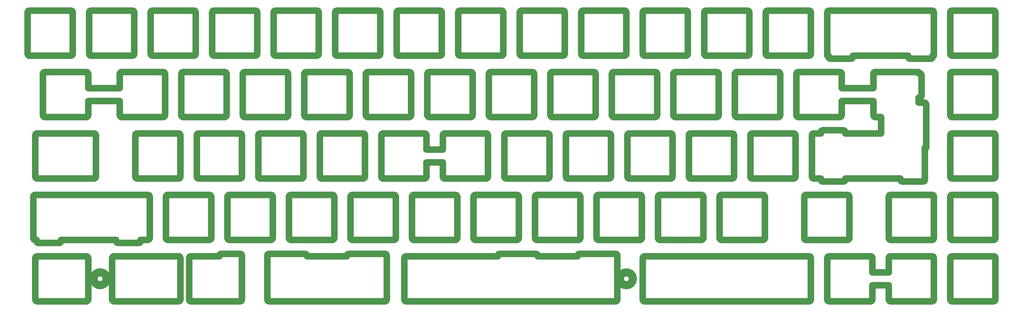
<source format=gbr>
G04 #@! TF.GenerationSoftware,KiCad,Pcbnew,(5.1.2)-2*
G04 #@! TF.CreationDate,2021-06-11T08:51:19+07:00*
G04 #@! TF.ProjectId,Plate,506c6174-652e-46b6-9963-61645f706362,rev?*
G04 #@! TF.SameCoordinates,Original*
G04 #@! TF.FileFunction,Soldermask,Bot*
G04 #@! TF.FilePolarity,Negative*
%FSLAX45Y45*%
G04 Gerber Fmt 4.5, Leading zero omitted, Abs format (unit mm)*
G04 Created by KiCad (PCBNEW (5.1.2)-2) date 2021-06-11 08:51:19*
%MOMM*%
%LPD*%
G04 APERTURE LIST*
%ADD10C,2.000000*%
%ADD11C,2.500000*%
G04 APERTURE END LIST*
D10*
X16148122Y-573178D02*
X16148122Y-1873177D01*
X16198122Y-1923177D02*
X17498122Y-1923177D01*
D11*
X6317822Y-1223178D02*
G75*
G03X6317822Y-1223178I-200000J0D01*
G01*
D10*
X-7266878Y5696822D02*
X-8566878Y5696822D01*
X-7216878Y5746822D02*
G75*
G02X-7266878Y5696822I-50000J0D01*
G01*
X-7216878Y7046822D02*
X-7216878Y5746822D01*
X-7266878Y7096822D02*
G75*
G02X-7216878Y7046822I0J-50000D01*
G01*
X-8566878Y7096822D02*
X-7266878Y7096822D01*
X-8616878Y7046822D02*
G75*
G02X-8566878Y7096822I50000J0D01*
G01*
X-8616878Y5746822D02*
X-8616878Y7046822D01*
X-8566878Y5696822D02*
G75*
G02X-8616878Y5746822I0J50000D01*
G01*
X-4756878Y5696822D02*
G75*
G02X-4806878Y5746822I0J50000D01*
G01*
X-4806878Y7046822D02*
X-4806878Y5746822D01*
X-4806878Y7046822D02*
G75*
G02X-4756878Y7096822I50000J0D01*
G01*
X-3456878Y7096822D02*
X-4756878Y7096822D01*
X-3456878Y7096822D02*
G75*
G02X-3406878Y7046822I0J-50000D01*
G01*
X-3406878Y5746822D02*
X-3406878Y7046822D01*
X-3406878Y5746822D02*
G75*
G02X-3456878Y5696822I-50000J0D01*
G01*
X-4756878Y5696822D02*
X-3456878Y5696822D01*
X4163122Y5696822D02*
X2863122Y5696822D01*
X4213122Y5746822D02*
G75*
G02X4163122Y5696822I-50000J0D01*
G01*
X4213122Y7046822D02*
X4213122Y5746822D01*
X4163122Y7096822D02*
G75*
G02X4213122Y7046822I0J-50000D01*
G01*
X2863122Y7096822D02*
X4163122Y7096822D01*
X2813122Y7046822D02*
G75*
G02X2863122Y7096822I50000J0D01*
G01*
X2813122Y5746822D02*
X2813122Y7046822D01*
X2863122Y5696822D02*
G75*
G02X2813122Y5746822I0J50000D01*
G01*
X-6711878Y7046822D02*
G75*
G02X-6661878Y7096822I50000J0D01*
G01*
X-5361878Y7096822D02*
X-6661878Y7096822D01*
X-5361878Y7096822D02*
G75*
G02X-5311878Y7046822I0J-50000D01*
G01*
X-5311878Y5746822D02*
X-5311878Y7046822D01*
X-5311878Y5746822D02*
G75*
G02X-5361878Y5696822I-50000J0D01*
G01*
X-6661878Y5696822D02*
X-5361878Y5696822D01*
X-6661878Y5696822D02*
G75*
G02X-6711878Y5746822I0J50000D01*
G01*
X-6711878Y7046822D02*
X-6711878Y5746822D01*
X-4409378Y3791822D02*
X-5709378Y3791822D01*
X-4359378Y3841822D02*
G75*
G02X-4409378Y3791822I-50000J0D01*
G01*
X-4359378Y5141822D02*
X-4359378Y3841822D01*
X-4409378Y5191822D02*
G75*
G02X-4359378Y5141822I0J-50000D01*
G01*
X-5709378Y5191822D02*
X-4409378Y5191822D01*
X-5759378Y5141822D02*
G75*
G02X-5709378Y5191822I50000J0D01*
G01*
X-5759378Y3841822D02*
X-5759378Y5141822D01*
X-5709378Y3791822D02*
G75*
G02X-5759378Y3841822I0J50000D01*
G01*
X16198122Y-1923177D02*
G75*
G02X16148122Y-1873177I0J50000D01*
G01*
X16148122Y-573178D02*
G75*
G02X16198122Y-523177I50000J0D01*
G01*
X17498122Y-523177D02*
G75*
G02X17548122Y-573178I0J-50000D01*
G01*
X17548122Y1331822D02*
X17548122Y31822D01*
X17498122Y1381822D02*
G75*
G02X17548122Y1331822I0J-50000D01*
G01*
X16198122Y1381822D02*
X17498122Y1381822D01*
X16148122Y1331822D02*
G75*
G02X16198122Y1381822I50000J0D01*
G01*
X16148122Y31822D02*
X16148122Y1331822D01*
X16198122Y-18178D02*
G75*
G02X16148122Y31822I0J50000D01*
G01*
X17498122Y-18178D02*
X16198122Y-18178D01*
X17548122Y31822D02*
G75*
G02X17498122Y-18178I-50000J0D01*
G01*
X6673122Y5696822D02*
G75*
G02X6623122Y5746822I0J50000D01*
G01*
X6623122Y7046822D02*
X6623122Y5746822D01*
X6623122Y7046822D02*
G75*
G02X6673122Y7096822I50000J0D01*
G01*
X7973122Y7096822D02*
X6673122Y7096822D01*
X7973122Y7096822D02*
G75*
G02X8023122Y7046822I0J-50000D01*
G01*
X8023122Y5746822D02*
X8023122Y7046822D01*
X8023122Y5746822D02*
G75*
G02X7973122Y5696822I-50000J0D01*
G01*
X6673122Y5696822D02*
X7973122Y5696822D01*
X8975622Y3841822D02*
G75*
G02X8925622Y3791822I-50000J0D01*
G01*
X7625622Y3791822D02*
X8925622Y3791822D01*
X7625622Y3791822D02*
G75*
G02X7575622Y3841822I0J50000D01*
G01*
X7575622Y5141822D02*
X7575622Y3841822D01*
X7575622Y5141822D02*
G75*
G02X7625622Y5191822I50000J0D01*
G01*
X8925622Y5191822D02*
X7625622Y5191822D01*
X8925622Y5191822D02*
G75*
G02X8975622Y5141822I0J-50000D01*
G01*
X8975622Y3841822D02*
X8975622Y5141822D01*
X829322Y1381822D02*
G75*
G02X879322Y1331822I0J-50000D01*
G01*
X879322Y31822D02*
X879322Y1331822D01*
X879322Y31822D02*
G75*
G02X829322Y-18178I-50000J0D01*
G01*
X-470678Y-18178D02*
X829322Y-18178D01*
X-470678Y-18178D02*
G75*
G02X-520678Y31822I0J50000D01*
G01*
X-520678Y1331822D02*
X-520678Y31822D01*
X-520678Y1331822D02*
G75*
G02X-470678Y1381822I50000J0D01*
G01*
X829322Y1381822D02*
X-470678Y1381822D01*
X-3804378Y5191822D02*
X-2504378Y5191822D01*
X-3854378Y5141822D02*
G75*
G02X-3804378Y5191822I50000J0D01*
G01*
X-3854378Y3841822D02*
X-3854378Y5141822D01*
X-3804378Y3791822D02*
G75*
G02X-3854378Y3841822I0J50000D01*
G01*
X-2504378Y3791822D02*
X-3804378Y3791822D01*
X-2454378Y3841822D02*
G75*
G02X-2504378Y3791822I-50000J0D01*
G01*
X-2454378Y5141822D02*
X-2454378Y3841822D01*
X-2504378Y5191822D02*
G75*
G02X-2454378Y5141822I0J-50000D01*
G01*
X1384322Y1331822D02*
G75*
G02X1434322Y1381822I50000J0D01*
G01*
X2734322Y1381822D02*
X1434322Y1381822D01*
X2734322Y1381822D02*
G75*
G02X2784322Y1331822I0J-50000D01*
G01*
X2784322Y31822D02*
X2784322Y1331822D01*
X2784322Y31822D02*
G75*
G02X2734322Y-18178I-50000J0D01*
G01*
X1434322Y-18178D02*
X2734322Y-18178D01*
X1434322Y-18178D02*
G75*
G02X1384322Y31822I0J50000D01*
G01*
X1384322Y1331822D02*
X1384322Y31822D01*
X-2851878Y5696822D02*
G75*
G02X-2901878Y5746822I0J50000D01*
G01*
X-2901878Y7046822D02*
X-2901878Y5746822D01*
X-2901878Y7046822D02*
G75*
G02X-2851878Y7096822I50000J0D01*
G01*
X-1551878Y7096822D02*
X-2851878Y7096822D01*
X-1551878Y7096822D02*
G75*
G02X-1501878Y7046822I0J-50000D01*
G01*
X-1501878Y5746822D02*
X-1501878Y7046822D01*
X-1501878Y5746822D02*
G75*
G02X-1551878Y5696822I-50000J0D01*
G01*
X-2851878Y5696822D02*
X-1551878Y5696822D01*
X9928122Y7046822D02*
X9928122Y5746822D01*
X9878122Y7096822D02*
G75*
G02X9928122Y7046822I0J-50000D01*
G01*
X8578122Y7096822D02*
X9878122Y7096822D01*
X8528122Y7046822D02*
G75*
G02X8578122Y7096822I50000J0D01*
G01*
X8528122Y5746822D02*
X8528122Y7046822D01*
X8578122Y5696822D02*
G75*
G02X8528122Y5746822I0J50000D01*
G01*
X9878122Y5696822D02*
X8578122Y5696822D01*
X9928122Y5746822D02*
G75*
G02X9878122Y5696822I-50000J0D01*
G01*
X-7664378Y5141822D02*
G75*
G02X-7614378Y5191822I50000J0D01*
G01*
X-6314378Y5191822D02*
X-7614378Y5191822D01*
X-6314378Y5191822D02*
G75*
G02X-6264378Y5141822I0J-50000D01*
G01*
X-6264378Y3841822D02*
X-6264378Y5141822D01*
X-6264378Y3841822D02*
G75*
G02X-6314378Y3791822I-50000J0D01*
G01*
X-7614378Y3791822D02*
X-6314378Y3791822D01*
X-7614378Y3791822D02*
G75*
G02X-7664378Y3841822I0J50000D01*
G01*
X-7664378Y5141822D02*
X-7664378Y3841822D01*
X-8219378Y3791822D02*
X-9519378Y3791822D01*
X-8169378Y3841822D02*
G75*
G02X-8219378Y3791822I-50000J0D01*
G01*
X-8169378Y5141822D02*
X-8169378Y3841822D01*
X-8219378Y5191822D02*
G75*
G02X-8169378Y5141822I0J-50000D01*
G01*
X-9519378Y5191822D02*
X-8219378Y5191822D01*
X-9569378Y5141822D02*
G75*
G02X-9519378Y5191822I50000J0D01*
G01*
X-9569378Y4691852D02*
X-9569378Y5141822D01*
X-10550628Y4691852D02*
X-9569378Y4691852D01*
X-10550628Y5141822D02*
X-10550628Y4691852D01*
X-10600628Y5191822D02*
G75*
G02X-10550628Y5141822I0J-50000D01*
G01*
X-11900628Y5191822D02*
X-10600628Y5191822D01*
X-11950628Y5141822D02*
G75*
G02X-11900628Y5191822I50000J0D01*
G01*
X-11950628Y3841822D02*
X-11950628Y5141822D01*
X-11900628Y3791822D02*
G75*
G02X-11950628Y3841822I0J50000D01*
G01*
X-10600628Y3791822D02*
X-11900628Y3791822D01*
X-10550628Y3841822D02*
G75*
G02X-10600628Y3791822I-50000J0D01*
G01*
X-10550628Y4291852D02*
X-10550628Y3841822D01*
X-9569378Y4291852D02*
X-10550628Y4291852D01*
X-9569378Y3841822D02*
X-9569378Y4291852D01*
X-9519378Y3791822D02*
G75*
G02X-9569378Y3841822I0J50000D01*
G01*
X6594322Y31822D02*
G75*
G02X6544322Y-18178I-50000J0D01*
G01*
X5244322Y-18178D02*
X6544322Y-18178D01*
X5244322Y-18178D02*
G75*
G02X5194322Y31822I0J50000D01*
G01*
X5194322Y1331822D02*
X5194322Y31822D01*
X5194322Y1331822D02*
G75*
G02X5244322Y1381822I50000J0D01*
G01*
X6544322Y1381822D02*
X5244322Y1381822D01*
X6544322Y1381822D02*
G75*
G02X6594322Y1331822I0J-50000D01*
G01*
X6594322Y31822D02*
X6594322Y1331822D01*
X-10521878Y5746822D02*
X-10521878Y7046822D01*
X-10471878Y5696822D02*
G75*
G02X-10521878Y5746822I0J50000D01*
G01*
X-9171878Y5696822D02*
X-10471878Y5696822D01*
X-9121878Y5746822D02*
G75*
G02X-9171878Y5696822I-50000J0D01*
G01*
X-9121878Y7046822D02*
X-9121878Y5746822D01*
X-9171878Y7096822D02*
G75*
G02X-9121878Y7046822I0J-50000D01*
G01*
X-10471878Y7096822D02*
X-9171878Y7096822D01*
X-10521878Y7046822D02*
G75*
G02X-10471878Y7096822I50000J0D01*
G01*
X10354322Y-18178D02*
X9054322Y-18178D01*
X10404322Y31822D02*
G75*
G02X10354322Y-18178I-50000J0D01*
G01*
X10404322Y1331822D02*
X10404322Y31822D01*
X10354322Y1381822D02*
G75*
G02X10404322Y1331822I0J-50000D01*
G01*
X9054322Y1381822D02*
X10354322Y1381822D01*
X9004322Y1331822D02*
G75*
G02X9054322Y1381822I50000J0D01*
G01*
X9004322Y31822D02*
X9004322Y1331822D01*
X9054322Y-18178D02*
G75*
G02X9004322Y31822I0J50000D01*
G01*
X8499322Y1331822D02*
X8499322Y31822D01*
X8449322Y1381822D02*
G75*
G02X8499322Y1331822I0J-50000D01*
G01*
X7149322Y1381822D02*
X8449322Y1381822D01*
X7099322Y1331822D02*
G75*
G02X7149322Y1381822I50000J0D01*
G01*
X7099322Y31822D02*
X7099322Y1331822D01*
X7149322Y-18178D02*
G75*
G02X7099322Y31822I0J50000D01*
G01*
X8449322Y-18178D02*
X7149322Y-18178D01*
X8499322Y31822D02*
G75*
G02X8449322Y-18178I-50000J0D01*
G01*
X-10550578Y-573178D02*
X-10550578Y-1873177D01*
X-10600578Y-523177D02*
G75*
G02X-10550578Y-573178I0J-50000D01*
G01*
X-12138778Y-523177D02*
X-10600578Y-523177D01*
X-12188778Y-573178D02*
G75*
G02X-12138778Y-523177I50000J0D01*
G01*
X-12188778Y-1873177D02*
X-12188778Y-573178D01*
X-12138778Y-1923177D02*
G75*
G02X-12188778Y-1873177I0J50000D01*
G01*
X-10600578Y-1923177D02*
X-12138778Y-1923177D01*
X-10550578Y-1873177D02*
G75*
G02X-10600578Y-1923177I-50000J0D01*
G01*
D11*
X-9980218Y-1222178D02*
G75*
G03X-9980218Y-1222178I-200000J0D01*
G01*
D10*
X-10312498Y3236822D02*
X-10312498Y1936822D01*
X-10362499Y3286822D02*
G75*
G02X-10312498Y3236822I1J-50000D01*
G01*
X-12138759Y3286793D02*
X-10362499Y3286822D01*
X-12188758Y3236793D02*
G75*
G02X-12138759Y3286793I50000J0D01*
G01*
X-12188758Y1936793D02*
X-12188758Y3236793D01*
X-12138757Y1886793D02*
G75*
G02X-12188758Y1936793I-1J50000D01*
G01*
X-10362497Y1886822D02*
X-12138757Y1886793D01*
X-10312498Y1936822D02*
G75*
G02X-10362497Y1886822I-50000J0D01*
G01*
X-7693078Y-573178D02*
X-7693078Y-1873177D01*
X-7743078Y-523177D02*
G75*
G02X-7693078Y-573178I0J-50000D01*
G01*
X-9757478Y-523177D02*
X-7743078Y-523177D01*
X-9807478Y-573178D02*
G75*
G02X-9757478Y-523177I50000J0D01*
G01*
X-9807478Y-1873177D02*
X-9807478Y-573178D01*
X-9757478Y-1923177D02*
G75*
G02X-9807478Y-1873177I0J50000D01*
G01*
X-7743078Y-1923177D02*
X-9757478Y-1923177D01*
X-7693078Y-1873177D02*
G75*
G02X-7743078Y-1923177I-50000J0D01*
G01*
X-12200678Y1381822D02*
X-8695678Y1381822D01*
X-12250678Y1331822D02*
G75*
G02X-12200678Y1381822I50000J0D01*
G01*
X-12250678Y31822D02*
X-12250678Y1331822D01*
X-12200678Y-18178D02*
G75*
G02X-12250678Y31822I0J50000D01*
G01*
X-12146278Y-18178D02*
X-12200678Y-18178D01*
X-12146278Y-65177D02*
X-12146278Y-18178D01*
X-12096278Y-115177D02*
G75*
G02X-12146278Y-65177I0J50000D01*
G01*
X-11443778Y-115177D02*
X-12096278Y-115177D01*
X-11393778Y-65177D02*
G75*
G02X-11443778Y-115177I-50000J0D01*
G01*
X-11393778Y-18178D02*
X-11393778Y-65177D01*
X-9678778Y-18178D02*
X-11393778Y-18178D01*
X-9678778Y-65177D02*
X-9678778Y-18178D01*
X-9628778Y-115177D02*
G75*
G02X-9678778Y-65177I0J50000D01*
G01*
X-8976278Y-115177D02*
X-9628778Y-115177D01*
X-8926278Y-65177D02*
G75*
G02X-8976278Y-115177I-50000J0D01*
G01*
X-8926278Y-18178D02*
X-8926278Y-65177D01*
X-8695678Y-18178D02*
X-8926278Y-18178D01*
X-8645678Y31822D02*
G75*
G02X-8695678Y-18178I-50000J0D01*
G01*
X-8645678Y1331822D02*
X-8645678Y31822D01*
X-8695678Y1381822D02*
G75*
G02X-8645678Y1331822I0J-50000D01*
G01*
X10483122Y7096822D02*
X11783122Y7096822D01*
X10433122Y7046822D02*
G75*
G02X10483122Y7096822I50000J0D01*
G01*
X10433122Y5746822D02*
X10433122Y7046822D01*
X10483122Y5696822D02*
G75*
G02X10433122Y5746822I0J50000D01*
G01*
X11783122Y5696822D02*
X10483122Y5696822D01*
X11833122Y5746822D02*
G75*
G02X11783122Y5696822I-50000J0D01*
G01*
X11833122Y7046822D02*
X11833122Y5746822D01*
X11783122Y7096822D02*
G75*
G02X11833122Y7046822I0J-50000D01*
G01*
X-7693078Y1936822D02*
G75*
G02X-7743078Y1886822I-50000J0D01*
G01*
X-9043078Y1886822D02*
X-7743078Y1886822D01*
X-9043078Y1886822D02*
G75*
G02X-9093078Y1936822I0J50000D01*
G01*
X-9093078Y3236822D02*
X-9093078Y1936822D01*
X-9093078Y3236822D02*
G75*
G02X-9043078Y3286822I50000J0D01*
G01*
X-7743078Y3286822D02*
X-9043078Y3286822D01*
X-7743078Y3286822D02*
G75*
G02X-7693078Y3236822I0J-50000D01*
G01*
X-7693078Y1936822D02*
X-7693078Y3236822D01*
X-11026878Y5746822D02*
G75*
G02X-11076878Y5696822I-50000J0D01*
G01*
X-12376878Y5696822D02*
X-11076878Y5696822D01*
X-12376878Y5696822D02*
G75*
G02X-12426878Y5746822I0J50000D01*
G01*
X-12426878Y7046822D02*
X-12426878Y5746822D01*
X-12426878Y7046822D02*
G75*
G02X-12376878Y7096822I50000J0D01*
G01*
X-11076878Y7096822D02*
X-12376878Y7096822D01*
X-11076878Y7096822D02*
G75*
G02X-11026878Y7046822I0J-50000D01*
G01*
X-11026878Y5746822D02*
X-11026878Y7046822D01*
X9530622Y3791822D02*
G75*
G02X9480622Y3841822I0J50000D01*
G01*
X9480622Y5141822D02*
X9480622Y3841822D01*
X9480622Y5141822D02*
G75*
G02X9530622Y5191822I50000J0D01*
G01*
X10830622Y5191822D02*
X9530622Y5191822D01*
X10830622Y5191822D02*
G75*
G02X10880622Y5141822I0J-50000D01*
G01*
X10880622Y3841822D02*
X10880622Y5141822D01*
X10880622Y3841822D02*
G75*
G02X10830622Y3791822I-50000J0D01*
G01*
X9530622Y3791822D02*
X10830622Y3791822D01*
X-2425678Y31822D02*
X-2425678Y1331822D01*
X-2375678Y-18178D02*
G75*
G02X-2425678Y31822I0J50000D01*
G01*
X-1075678Y-18178D02*
X-2375678Y-18178D01*
X-1025678Y31822D02*
G75*
G02X-1075678Y-18178I-50000J0D01*
G01*
X-1025678Y1331822D02*
X-1025678Y31822D01*
X-1075678Y1381822D02*
G75*
G02X-1025678Y1331822I0J-50000D01*
G01*
X-2375678Y1381822D02*
X-1075678Y1381822D01*
X-2425678Y1331822D02*
G75*
G02X-2375678Y1381822I50000J0D01*
G01*
X6146922Y1936822D02*
X6146922Y3236822D01*
X6196922Y1886822D02*
G75*
G02X6146922Y1936822I0J50000D01*
G01*
X7496922Y1886822D02*
X6196922Y1886822D01*
X7546922Y1936822D02*
G75*
G02X7496922Y1886822I-50000J0D01*
G01*
X7546922Y3236822D02*
X7546922Y1936822D01*
X7496922Y3286822D02*
G75*
G02X7546922Y3236822I0J-50000D01*
G01*
X6196922Y3286822D02*
X7496922Y3286822D01*
X6146922Y3236822D02*
G75*
G02X6196922Y3286822I50000J0D01*
G01*
X6118122Y5746822D02*
G75*
G02X6068122Y5696822I-50000J0D01*
G01*
X4768122Y5696822D02*
X6068122Y5696822D01*
X4768122Y5696822D02*
G75*
G02X4718122Y5746822I0J50000D01*
G01*
X4718122Y7046822D02*
X4718122Y5746822D01*
X4718122Y7046822D02*
G75*
G02X4768122Y7096822I50000J0D01*
G01*
X6068122Y7096822D02*
X4768122Y7096822D01*
X6068122Y7096822D02*
G75*
G02X6118122Y7046822I0J-50000D01*
G01*
X6118122Y5746822D02*
X6118122Y7046822D01*
X5670622Y5141822D02*
G75*
G02X5720622Y5191822I50000J0D01*
G01*
X7020622Y5191822D02*
X5720622Y5191822D01*
X7020622Y5191822D02*
G75*
G02X7070622Y5141822I0J-50000D01*
G01*
X7070622Y3841822D02*
X7070622Y5141822D01*
X7070622Y3841822D02*
G75*
G02X7020622Y3791822I-50000J0D01*
G01*
X5720622Y3791822D02*
X7020622Y3791822D01*
X5720622Y3791822D02*
G75*
G02X5670622Y3841822I0J50000D01*
G01*
X5670622Y5141822D02*
X5670622Y3841822D01*
X3339322Y-18178D02*
G75*
G02X3289322Y31822I0J50000D01*
G01*
X3289322Y1331822D02*
X3289322Y31822D01*
X3289322Y1331822D02*
G75*
G02X3339322Y1381822I50000J0D01*
G01*
X4639322Y1381822D02*
X3339322Y1381822D01*
X4639322Y1381822D02*
G75*
G02X4689322Y1331822I0J-50000D01*
G01*
X4689322Y31822D02*
X4689322Y1331822D01*
X4689322Y31822D02*
G75*
G02X4639322Y-18178I-50000J0D01*
G01*
X3339322Y-18178D02*
X4639322Y-18178D01*
X-1899378Y5191822D02*
X-599378Y5191822D01*
X-1949378Y5141822D02*
G75*
G02X-1899378Y5191822I50000J0D01*
G01*
X-1949378Y3841822D02*
X-1949378Y5141822D01*
X-1899378Y3791822D02*
G75*
G02X-1949378Y3841822I0J50000D01*
G01*
X-599378Y3791822D02*
X-1899378Y3791822D01*
X-549378Y3841822D02*
G75*
G02X-599378Y3791822I-50000J0D01*
G01*
X-549378Y5141822D02*
X-549378Y3841822D01*
X-599378Y5191822D02*
G75*
G02X-549378Y5141822I0J-50000D01*
G01*
X-996878Y5746822D02*
X-996878Y7046822D01*
X-946878Y5696822D02*
G75*
G02X-996878Y5746822I0J50000D01*
G01*
X353122Y5696822D02*
X-946878Y5696822D01*
X403122Y5746822D02*
G75*
G02X353122Y5696822I-50000J0D01*
G01*
X403122Y7046822D02*
X403122Y5746822D01*
X353122Y7096822D02*
G75*
G02X403122Y7046822I0J-50000D01*
G01*
X-946878Y7096822D02*
X353122Y7096822D01*
X-996878Y7046822D02*
G75*
G02X-946878Y7096822I50000J0D01*
G01*
X3319922Y-446977D02*
G75*
G02X3369922Y-496977I0J-50000D01*
G01*
X3369922Y-523177D02*
X3369922Y-496977D01*
X4608722Y-523177D02*
X3369922Y-523177D01*
X4608722Y-496977D02*
X4608722Y-523177D01*
X4608722Y-496977D02*
G75*
G02X4658722Y-446977I50000J0D01*
G01*
X5789922Y-446977D02*
X4658722Y-446977D01*
X5789922Y-446977D02*
G75*
G02X5839922Y-496977I0J-50000D01*
G01*
X5839922Y-1873177D02*
X5839922Y-496977D01*
X5839922Y-1873177D02*
G75*
G02X5789922Y-1923177I-50000J0D01*
G01*
X-708778Y-1923177D02*
X5789922Y-1923177D01*
X-708778Y-1923177D02*
G75*
G02X-758778Y-1873177I0J50000D01*
G01*
X-758778Y-573178D02*
X-758778Y-1873177D01*
X-758778Y-573178D02*
G75*
G02X-708778Y-523177I50000J0D01*
G01*
X2138722Y-523177D02*
X-708778Y-523177D01*
X2138722Y-496977D02*
X2138722Y-523177D01*
X2138722Y-496977D02*
G75*
G02X2188722Y-446977I50000J0D01*
G01*
X3319922Y-446977D02*
X2188722Y-446977D01*
X908122Y7046822D02*
G75*
G02X958122Y7096822I50000J0D01*
G01*
X2258122Y7096822D02*
X958122Y7096822D01*
X2258122Y7096822D02*
G75*
G02X2308122Y7046822I0J-50000D01*
G01*
X2308122Y5746822D02*
X2308122Y7046822D01*
X2308122Y5746822D02*
G75*
G02X2258122Y5696822I-50000J0D01*
G01*
X958122Y5696822D02*
X2258122Y5696822D01*
X958122Y5696822D02*
G75*
G02X908122Y5746822I0J50000D01*
G01*
X908122Y7046822D02*
X908122Y5746822D01*
X1831922Y1936822D02*
G75*
G02X1781922Y1886822I-50000J0D01*
G01*
X481922Y1886822D02*
X1781922Y1886822D01*
X481922Y1886822D02*
G75*
G02X431922Y1936822I0J50000D01*
G01*
X431922Y2386822D02*
X431922Y1936822D01*
X-73078Y2386822D02*
X431922Y2386822D01*
X-73078Y1936822D02*
X-73078Y2386822D01*
X-73078Y1936822D02*
G75*
G02X-123078Y1886822I-50000J0D01*
G01*
X-1423078Y1886822D02*
X-123078Y1886822D01*
X-1423078Y1886822D02*
G75*
G02X-1473078Y1936822I0J50000D01*
G01*
X-1473078Y3236822D02*
X-1473078Y1936822D01*
X-1473078Y3236822D02*
G75*
G02X-1423078Y3286822I50000J0D01*
G01*
X-123078Y3286822D02*
X-1423078Y3286822D01*
X-123078Y3286822D02*
G75*
G02X-73078Y3236822I0J-50000D01*
G01*
X-73078Y2786822D02*
X-73078Y3236822D01*
X431922Y2786822D02*
X-73078Y2786822D01*
X431922Y3236822D02*
X431922Y2786822D01*
X431922Y3236822D02*
G75*
G02X481922Y3286822I50000J0D01*
G01*
X1781922Y3286822D02*
X481922Y3286822D01*
X1781922Y3286822D02*
G75*
G02X1831922Y3236822I0J-50000D01*
G01*
X1831922Y1936822D02*
X1831922Y3236822D01*
X-6740678Y1331822D02*
X-6740678Y31822D01*
X-6790678Y1381822D02*
G75*
G02X-6740678Y1331822I0J-50000D01*
G01*
X-8090678Y1381822D02*
X-6790678Y1381822D01*
X-8140678Y1331822D02*
G75*
G02X-8090678Y1381822I50000J0D01*
G01*
X-8140678Y31822D02*
X-8140678Y1331822D01*
X-8090678Y-18178D02*
G75*
G02X-8140678Y31822I0J50000D01*
G01*
X-6790678Y-18178D02*
X-8090678Y-18178D01*
X-6740678Y31822D02*
G75*
G02X-6790678Y-18178I-50000J0D01*
G01*
X-2534978Y-523177D02*
X-3773778Y-523177D01*
X-2534978Y-496977D02*
X-2534978Y-523177D01*
X-2534978Y-496977D02*
G75*
G02X-2484978Y-446977I50000J0D01*
G01*
X-1353778Y-446977D02*
X-2484978Y-446977D01*
X-1353778Y-446977D02*
G75*
G02X-1303778Y-496977I0J-50000D01*
G01*
X-1303778Y-1873177D02*
X-1303778Y-496977D01*
X-1303778Y-1873177D02*
G75*
G02X-1353778Y-1923177I-50000J0D01*
G01*
X-4954978Y-1923177D02*
X-1353778Y-1923177D01*
X-4954978Y-1923177D02*
G75*
G02X-5004978Y-1873177I0J50000D01*
G01*
X-5004978Y-496977D02*
X-5004978Y-1873177D01*
X-5004978Y-496977D02*
G75*
G02X-4954978Y-446977I50000J0D01*
G01*
X-3823778Y-446977D02*
X-4954978Y-446977D01*
X-3823778Y-446977D02*
G75*
G02X-3773778Y-496977I0J-50000D01*
G01*
X-3773778Y-523177D02*
X-3773778Y-496977D01*
X-6486372Y-523177D02*
X-6486372Y-496977D01*
X-7376278Y-523177D02*
X-6486372Y-523177D01*
X-7426278Y-573178D02*
G75*
G02X-7376278Y-523177I50000J0D01*
G01*
X-7426278Y-1873177D02*
X-7426278Y-573178D01*
X-7376278Y-1923177D02*
G75*
G02X-7426278Y-1873177I0J50000D01*
G01*
X-5838078Y-1923177D02*
X-7376278Y-1923177D01*
X-5788078Y-1873177D02*
G75*
G02X-5838078Y-1923177I-50000J0D01*
G01*
X-5788078Y-496977D02*
X-5788078Y-1873177D01*
X-5838078Y-446977D02*
G75*
G02X-5788078Y-496977I0J-50000D01*
G01*
X-6436372Y-446977D02*
X-5838078Y-446977D01*
X-6486372Y-496977D02*
G75*
G02X-6436372Y-446977I50000J0D01*
G01*
X4241922Y1936822D02*
X4241922Y3236822D01*
X4291922Y1886822D02*
G75*
G02X4241922Y1936822I0J50000D01*
G01*
X5591922Y1886822D02*
X4291922Y1886822D01*
X5641922Y1936822D02*
G75*
G02X5591922Y1886822I-50000J0D01*
G01*
X5641922Y3236822D02*
X5641922Y1936822D01*
X5591922Y3286822D02*
G75*
G02X5641922Y3236822I0J-50000D01*
G01*
X4291922Y3286822D02*
X5591922Y3286822D01*
X4241922Y3236822D02*
G75*
G02X4291922Y3286822I50000J0D01*
G01*
X-5788078Y1936822D02*
G75*
G02X-5838078Y1886822I-50000J0D01*
G01*
X-7138078Y1886822D02*
X-5838078Y1886822D01*
X-7138078Y1886822D02*
G75*
G02X-7188078Y1936822I0J50000D01*
G01*
X-7188078Y3236822D02*
X-7188078Y1936822D01*
X-7188078Y3236822D02*
G75*
G02X-7138078Y3286822I50000J0D01*
G01*
X-5838078Y3286822D02*
X-7138078Y3286822D01*
X-5838078Y3286822D02*
G75*
G02X-5788078Y3236822I0J-50000D01*
G01*
X-5788078Y1936822D02*
X-5788078Y3236822D01*
X3765622Y3841822D02*
X3765622Y5141822D01*
X3815622Y3791822D02*
G75*
G02X3765622Y3841822I0J50000D01*
G01*
X5115622Y3791822D02*
X3815622Y3791822D01*
X5165622Y3841822D02*
G75*
G02X5115622Y3791822I-50000J0D01*
G01*
X5165622Y5141822D02*
X5165622Y3841822D01*
X5115622Y5191822D02*
G75*
G02X5165622Y5141822I0J-50000D01*
G01*
X3815622Y5191822D02*
X5115622Y5191822D01*
X3765622Y5141822D02*
G75*
G02X3815622Y5191822I50000J0D01*
G01*
X-2028078Y1886822D02*
X-3328078Y1886822D01*
X-1978078Y1936822D02*
G75*
G02X-2028078Y1886822I-50000J0D01*
G01*
X-1978078Y3236822D02*
X-1978078Y1936822D01*
X-2028078Y3286822D02*
G75*
G02X-1978078Y3236822I0J-50000D01*
G01*
X-3328078Y3286822D02*
X-2028078Y3286822D01*
X-3378078Y3236822D02*
G75*
G02X-3328078Y3286822I50000J0D01*
G01*
X-3378078Y1936822D02*
X-3378078Y3236822D01*
X-3328078Y1886822D02*
G75*
G02X-3378078Y1936822I0J50000D01*
G01*
X1355622Y3841822D02*
G75*
G02X1305622Y3791822I-50000J0D01*
G01*
X5622Y3791822D02*
X1305622Y3791822D01*
X5622Y3791822D02*
G75*
G02X-44378Y3841822I0J50000D01*
G01*
X-44378Y5141822D02*
X-44378Y3841822D01*
X-44378Y5141822D02*
G75*
G02X5622Y5191822I50000J0D01*
G01*
X1305622Y5191822D02*
X5622Y5191822D01*
X1305622Y5191822D02*
G75*
G02X1355622Y5141822I0J-50000D01*
G01*
X1355622Y3841822D02*
X1355622Y5141822D01*
X2386922Y3286822D02*
X3686922Y3286822D01*
X2336922Y3236822D02*
G75*
G02X2386922Y3286822I50000J0D01*
G01*
X2336922Y1936822D02*
X2336922Y3236822D01*
X2386922Y1886822D02*
G75*
G02X2336922Y1936822I0J50000D01*
G01*
X3686922Y1886822D02*
X2386922Y1886822D01*
X3736922Y1936822D02*
G75*
G02X3686922Y1886822I-50000J0D01*
G01*
X3736922Y3236822D02*
X3736922Y1936822D01*
X3686922Y3286822D02*
G75*
G02X3736922Y3236822I0J-50000D01*
G01*
X-2980678Y-18178D02*
X-4280678Y-18178D01*
X-2930678Y31822D02*
G75*
G02X-2980678Y-18178I-50000J0D01*
G01*
X-2930678Y1331822D02*
X-2930678Y31822D01*
X-2980678Y1381822D02*
G75*
G02X-2930678Y1331822I0J-50000D01*
G01*
X-4280678Y1381822D02*
X-2980678Y1381822D01*
X-4330678Y1331822D02*
G75*
G02X-4280678Y1381822I50000J0D01*
G01*
X-4330678Y31822D02*
X-4330678Y1331822D01*
X-4280678Y-18178D02*
G75*
G02X-4330678Y31822I0J50000D01*
G01*
X-4835678Y1331822D02*
X-4835678Y31822D01*
X-4885678Y1381822D02*
G75*
G02X-4835678Y1331822I0J-50000D01*
G01*
X-6185678Y1381822D02*
X-4885678Y1381822D01*
X-6235678Y1331822D02*
G75*
G02X-6185678Y1381822I50000J0D01*
G01*
X-6235678Y31822D02*
X-6235678Y1331822D01*
X-6185678Y-18178D02*
G75*
G02X-6235678Y31822I0J50000D01*
G01*
X-4885678Y-18178D02*
X-6185678Y-18178D01*
X-4835678Y31822D02*
G75*
G02X-4885678Y-18178I-50000J0D01*
G01*
X3260622Y3841822D02*
G75*
G02X3210622Y3791822I-50000J0D01*
G01*
X1910622Y3791822D02*
X3210622Y3791822D01*
X1910622Y3791822D02*
G75*
G02X1860622Y3841822I0J50000D01*
G01*
X1860622Y5141822D02*
X1860622Y3841822D01*
X1860622Y5141822D02*
G75*
G02X1910622Y5191822I50000J0D01*
G01*
X3210622Y5191822D02*
X1910622Y5191822D01*
X3210622Y5191822D02*
G75*
G02X3260622Y5141822I0J-50000D01*
G01*
X3260622Y3841822D02*
X3260622Y5141822D01*
X-5233078Y1886822D02*
G75*
G02X-5283078Y1936822I0J50000D01*
G01*
X-5283078Y3236822D02*
X-5283078Y1936822D01*
X-5283078Y3236822D02*
G75*
G02X-5233078Y3286822I50000J0D01*
G01*
X-3933078Y3286822D02*
X-5233078Y3286822D01*
X-3933078Y3286822D02*
G75*
G02X-3883078Y3236822I0J-50000D01*
G01*
X-3883078Y1936822D02*
X-3883078Y3236822D01*
X-3883078Y1936822D02*
G75*
G02X-3933078Y1886822I-50000J0D01*
G01*
X-5233078Y1886822D02*
X-3933078Y1886822D01*
X15593122Y7096822D02*
G75*
G02X15643122Y7046822I0J-50000D01*
G01*
X15643122Y5696822D02*
X15643122Y7046822D01*
X15600622Y5696822D02*
X15643122Y5696822D01*
X15600622Y5649822D02*
X15600622Y5696822D01*
X15600622Y5649822D02*
G75*
G02X15550622Y5599822I-50000J0D01*
G01*
X14898122Y5599822D02*
X15550622Y5599822D01*
X14898122Y5599822D02*
G75*
G02X14848122Y5649822I0J50000D01*
G01*
X14848122Y5696822D02*
X14848122Y5649822D01*
X13133122Y5696822D02*
X14848122Y5696822D01*
X13133122Y5649822D02*
X13133122Y5696822D01*
X13133122Y5649822D02*
G75*
G02X13083122Y5599822I-50000J0D01*
G01*
X12430622Y5599822D02*
X13083122Y5599822D01*
X12430622Y5599822D02*
G75*
G02X12380622Y5649822I0J50000D01*
G01*
X12380622Y5696822D02*
X12380622Y5649822D01*
X12338122Y5696822D02*
X12380622Y5696822D01*
X12338122Y7046822D02*
X12338122Y5696822D01*
X12338122Y7046822D02*
G75*
G02X12388122Y7096822I50000J0D01*
G01*
X15593122Y7096822D02*
X12388122Y7096822D01*
X12388122Y-1923177D02*
G75*
G02X12338122Y-1873177I0J50000D01*
G01*
X12338122Y-573178D02*
X12338122Y-1873177D01*
X12338122Y-573178D02*
G75*
G02X12388122Y-523177I50000J0D01*
G01*
X13688122Y-523177D02*
X12388122Y-523177D01*
X13688122Y-523177D02*
G75*
G02X13738122Y-573178I0J-50000D01*
G01*
X13738122Y-1023177D02*
X13738122Y-573178D01*
X14243122Y-1023177D02*
X13738122Y-1023177D01*
X14243122Y-573178D02*
X14243122Y-1023177D01*
X14243122Y-573178D02*
G75*
G02X14293122Y-523177I50000J0D01*
G01*
X15593122Y-523177D02*
X14293122Y-523177D01*
X15593122Y-523177D02*
G75*
G02X15643122Y-573178I0J-50000D01*
G01*
X15643122Y-1873177D02*
X15643122Y-573178D01*
X15643122Y-1873177D02*
G75*
G02X15593122Y-1923177I-50000J0D01*
G01*
X14293122Y-1923177D02*
X15593122Y-1923177D01*
X14293122Y-1923177D02*
G75*
G02X14243122Y-1873177I0J50000D01*
G01*
X14243122Y-1423177D02*
X14243122Y-1873177D01*
X13738122Y-1423177D02*
X14243122Y-1423177D01*
X13738122Y-1873177D02*
X13738122Y-1423177D01*
X13738122Y-1873177D02*
G75*
G02X13688122Y-1923177I-50000J0D01*
G01*
X12388122Y-1923177D02*
X13688122Y-1923177D01*
X15643122Y1331822D02*
X15643122Y31822D01*
X15593122Y1381822D02*
G75*
G02X15643122Y1331822I0J-50000D01*
G01*
X14293122Y1381822D02*
X15593122Y1381822D01*
X14243122Y1331822D02*
G75*
G02X14293122Y1381822I50000J0D01*
G01*
X14243122Y31822D02*
X14243122Y1331822D01*
X14293122Y-18178D02*
G75*
G02X14243122Y31822I0J50000D01*
G01*
X15593122Y-18178D02*
X14293122Y-18178D01*
X15643122Y31822D02*
G75*
G02X15593122Y-18178I-50000J0D01*
G01*
X11833122Y-1873177D02*
G75*
G02X11783122Y-1923177I-50000J0D01*
G01*
X6673122Y-1923177D02*
X11783122Y-1923177D01*
X6673122Y-1923177D02*
G75*
G02X6623122Y-1873177I0J50000D01*
G01*
X6623122Y-573178D02*
X6623122Y-1873177D01*
X6623122Y-573178D02*
G75*
G02X6673122Y-523177I50000J0D01*
G01*
X11783122Y-523177D02*
X6673122Y-523177D01*
X11783122Y-523177D02*
G75*
G02X11833122Y-573178I0J-50000D01*
G01*
X11833122Y-1873177D02*
X11833122Y-573178D01*
X17548122Y5746822D02*
G75*
G02X17498122Y5696822I-50000J0D01*
G01*
X16198122Y5696822D02*
X17498122Y5696822D01*
X16198122Y5696822D02*
G75*
G02X16148122Y5746822I0J50000D01*
G01*
X16148122Y7046822D02*
X16148122Y5746822D01*
X16148122Y7046822D02*
G75*
G02X16198122Y7096822I50000J0D01*
G01*
X17498122Y7096822D02*
X16198122Y7096822D01*
X17498122Y7096822D02*
G75*
G02X17548122Y7046822I0J-50000D01*
G01*
X17548122Y5746822D02*
X17548122Y7046822D01*
X9451922Y1936822D02*
G75*
G02X9401922Y1886822I-50000J0D01*
G01*
X8101922Y1886822D02*
X9401922Y1886822D01*
X8101922Y1886822D02*
G75*
G02X8051922Y1936822I0J50000D01*
G01*
X8051922Y3236822D02*
X8051922Y1936822D01*
X8051922Y3236822D02*
G75*
G02X8101922Y3286822I50000J0D01*
G01*
X9401922Y3286822D02*
X8101922Y3286822D01*
X9401922Y3286822D02*
G75*
G02X9451922Y3236822I0J-50000D01*
G01*
X9451922Y1936822D02*
X9451922Y3236822D01*
X17498122Y3286822D02*
G75*
G02X17548122Y3236822I0J-50000D01*
G01*
X17548122Y1936822D02*
X17548122Y3236822D01*
X17548122Y1936822D02*
G75*
G02X17498122Y1886822I-50000J0D01*
G01*
X16198122Y1886822D02*
X17498122Y1886822D01*
X16198122Y1886822D02*
G75*
G02X16148122Y1936822I0J50000D01*
G01*
X16148122Y3236822D02*
X16148122Y1936822D01*
X16148122Y3236822D02*
G75*
G02X16198122Y3286822I50000J0D01*
G01*
X17498122Y3286822D02*
X16198122Y3286822D01*
X17548122Y3841822D02*
G75*
G02X17498122Y3791822I-50000J0D01*
G01*
X16198122Y3791822D02*
X17498122Y3791822D01*
X16198122Y3791822D02*
G75*
G02X16148122Y3841822I0J50000D01*
G01*
X16148122Y5141822D02*
X16148122Y3841822D01*
X16148122Y5141822D02*
G75*
G02X16198122Y5191822I50000J0D01*
G01*
X17498122Y5191822D02*
X16198122Y5191822D01*
X17498122Y5191822D02*
G75*
G02X17548122Y5141822I0J-50000D01*
G01*
X17548122Y3841822D02*
X17548122Y5141822D01*
X10006922Y1886822D02*
G75*
G02X9956922Y1936822I0J50000D01*
G01*
X9956922Y3236822D02*
X9956922Y1936822D01*
X9956922Y3236822D02*
G75*
G02X10006922Y3286822I50000J0D01*
G01*
X11306922Y3286822D02*
X10006922Y3286822D01*
X11306922Y3286822D02*
G75*
G02X11356922Y3236822I0J-50000D01*
G01*
X11356922Y1936822D02*
X11356922Y3236822D01*
X11356922Y1936822D02*
G75*
G02X11306922Y1886822I-50000J0D01*
G01*
X10006922Y1886822D02*
X11306922Y1886822D01*
X11623722Y31822D02*
X11623722Y1331822D01*
X11673722Y-18178D02*
G75*
G02X11623722Y31822I0J50000D01*
G01*
X12973722Y-18178D02*
X11673722Y-18178D01*
X13023722Y31822D02*
G75*
G02X12973722Y-18178I-50000J0D01*
G01*
X13023722Y1331822D02*
X13023722Y31822D01*
X12973722Y1381822D02*
G75*
G02X13023722Y1331822I0J-50000D01*
G01*
X11673722Y1381822D02*
X12973722Y1381822D01*
X11623722Y1331822D02*
G75*
G02X11673722Y1381822I50000J0D01*
G01*
X12192522Y1789822D02*
G75*
G02X12142522Y1839822I0J50000D01*
G01*
X12142522Y1886722D02*
X12142522Y1839822D01*
X11912022Y1886722D02*
X12142522Y1886722D01*
X11912022Y1886722D02*
G75*
G02X11862022Y1936722I0J50000D01*
G01*
X11862022Y3236725D02*
X11862022Y1936722D01*
X11862022Y3236725D02*
G75*
G02X11912019Y3286725I50000J0D01*
G01*
X12142522Y3286735D02*
X11912019Y3286725D01*
X12142522Y3333622D02*
X12142522Y3286735D01*
X12142522Y3333622D02*
G75*
G02X12192522Y3383622I50000J0D01*
G01*
X12845022Y3383622D02*
X12192522Y3383622D01*
X12845022Y3383622D02*
G75*
G02X12895022Y3333622I0J-50000D01*
G01*
X12895022Y3286771D02*
X12895022Y3333622D01*
X14005122Y3286822D02*
X12895022Y3286771D01*
X14005122Y3791822D02*
X14005122Y3286822D01*
X13816822Y3791822D02*
X14005122Y3791822D01*
X13816822Y3791822D02*
G75*
G02X13766822Y3841822I0J50000D01*
G01*
X13766822Y4291852D02*
X13766822Y3841822D01*
X12785622Y4291852D02*
X13766822Y4291852D01*
X12785622Y3841822D02*
X12785622Y4291852D01*
X12785622Y3841822D02*
G75*
G02X12735622Y3791822I-50000J0D01*
G01*
X11435622Y3791822D02*
X12735622Y3791822D01*
X11435622Y3791822D02*
G75*
G02X11385622Y3841822I0J50000D01*
G01*
X11385622Y5141822D02*
X11385622Y3841822D01*
X11385622Y5141822D02*
G75*
G02X11435622Y5191822I50000J0D01*
G01*
X12735622Y5191822D02*
X11435622Y5191822D01*
X12735622Y5191822D02*
G75*
G02X12785622Y5141822I0J-50000D01*
G01*
X12785622Y4691852D02*
X12785622Y5141822D01*
X13766822Y4691852D02*
X12785622Y4691852D01*
X13766822Y5141822D02*
X13766822Y4691852D01*
X13766822Y5141822D02*
G75*
G02X13816822Y5191822I50000J0D01*
G01*
X15166822Y5191822D02*
X13816822Y5191822D01*
X15166822Y5149262D02*
X15166822Y5191822D01*
X15208122Y5149262D02*
X15166822Y5149262D01*
X15208122Y5149262D02*
G75*
G02X15258122Y5099262I0J-50000D01*
G01*
X15258122Y4446762D02*
X15258122Y5099262D01*
X15258122Y4446762D02*
G75*
G02X15208122Y4396762I-50000J0D01*
G01*
X15166822Y4396762D02*
X15208122Y4396762D01*
X15166822Y4239222D02*
X15166822Y4396762D01*
X15355122Y4239222D02*
X15166822Y4239222D01*
X15355122Y4239222D02*
G75*
G02X15405122Y4189222I0J-50000D01*
G01*
X15405122Y2839222D02*
X15405122Y4189222D01*
X15362522Y2839222D02*
X15405122Y2839222D01*
X15362522Y1839822D02*
X15362522Y2839222D01*
X15362522Y1839822D02*
G75*
G02X15312522Y1789822I-50000J0D01*
G01*
X14660022Y1789822D02*
X15312522Y1789822D01*
X14660022Y1789822D02*
G75*
G02X14610022Y1839822I0J50000D01*
G01*
X14610022Y1886722D02*
X14610022Y1839822D01*
X12895022Y1886722D02*
X14610022Y1886722D01*
X12895022Y1839822D02*
X12895022Y1886722D01*
X12895022Y1839822D02*
G75*
G02X12845022Y1789822I-50000J0D01*
G01*
X12192522Y1789822D02*
X12845022Y1789822D01*
X17498122Y-523177D02*
X16198122Y-523177D01*
X17548122Y-1873177D02*
X17548122Y-573178D01*
X17548122Y-1873177D02*
G75*
G02X17498122Y-1923177I-50000J0D01*
G01*
M02*

</source>
